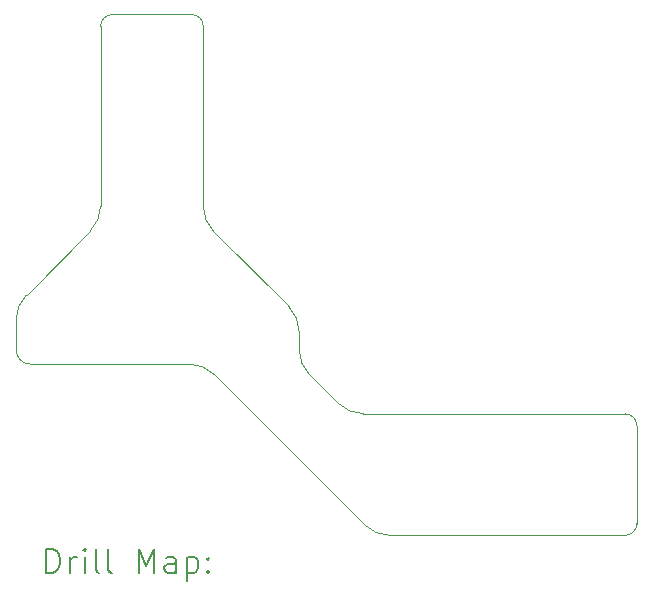
<source format=gbr>
%TF.GenerationSoftware,KiCad,Pcbnew,7.0.9*%
%TF.CreationDate,2024-09-23T21:55:01+08:00*%
%TF.ProjectId,thingy,7468696e-6779-42e6-9b69-6361645f7063,rev?*%
%TF.SameCoordinates,Original*%
%TF.FileFunction,Drillmap*%
%TF.FilePolarity,Positive*%
%FSLAX45Y45*%
G04 Gerber Fmt 4.5, Leading zero omitted, Abs format (unit mm)*
G04 Created by KiCad (PCBNEW 7.0.9) date 2024-09-23 21:55:01*
%MOMM*%
%LPD*%
G01*
G04 APERTURE LIST*
%ADD10C,0.100000*%
%ADD11C,0.200000*%
G04 APERTURE END LIST*
D10*
X10527870Y-347866D02*
G75*
G03*
X10315736Y-260000I-212130J-212134D01*
G01*
X10435003Y1074264D02*
G75*
G03*
X10522868Y862132I299997J-4D01*
G01*
X11802130Y-1622134D02*
G75*
G03*
X12014264Y-1710000I212130J212134D01*
G01*
X11577130Y-592134D02*
G75*
G03*
X11789264Y-680000I212130J212134D01*
G01*
X8937866Y327870D02*
G75*
G03*
X8850000Y115736I212134J-212130D01*
G01*
X11244997Y15736D02*
G75*
G03*
X11157132Y227868I-299997J4D01*
G01*
X9477134Y867130D02*
G75*
G03*
X9565000Y1079264I-212134J212130D01*
G01*
X11245003Y-135736D02*
G75*
G03*
X11332868Y-347868I299997J-4D01*
G01*
X10315736Y-260000D02*
X8970000Y-260000D01*
X11245000Y15736D02*
X11245000Y-135736D01*
X11789264Y-680000D02*
X14005000Y-680000D01*
X9565000Y1079264D02*
X9565000Y2600000D01*
X9665000Y2700000D02*
G75*
G03*
X9565000Y2600000I0J-100000D01*
G01*
X14005000Y-1710000D02*
X12014264Y-1710000D01*
X14105000Y-780000D02*
G75*
G03*
X14005000Y-680000I-100000J0D01*
G01*
X11802132Y-1622132D02*
X10527868Y-347868D01*
X8850000Y-140000D02*
X8850000Y115736D01*
X10435000Y2600000D02*
X10435000Y1074264D01*
X10435000Y2600000D02*
G75*
G03*
X10335000Y2700000I-100000J0D01*
G01*
X14105000Y-780000D02*
X14105000Y-1610000D01*
X11332868Y-347868D02*
X11577132Y-592132D01*
X14005000Y-1710000D02*
G75*
G03*
X14105000Y-1610000I0J100000D01*
G01*
X8850000Y-140000D02*
G75*
G03*
X8970000Y-260000I120000J0D01*
G01*
X10522868Y862132D02*
X11157132Y227868D01*
X8937868Y327868D02*
X9477132Y867132D01*
X9665000Y2700000D02*
X10335000Y2700000D01*
D11*
X9105777Y-2026484D02*
X9105777Y-1826484D01*
X9105777Y-1826484D02*
X9153396Y-1826484D01*
X9153396Y-1826484D02*
X9181967Y-1836008D01*
X9181967Y-1836008D02*
X9201015Y-1855055D01*
X9201015Y-1855055D02*
X9210539Y-1874103D01*
X9210539Y-1874103D02*
X9220063Y-1912198D01*
X9220063Y-1912198D02*
X9220063Y-1940769D01*
X9220063Y-1940769D02*
X9210539Y-1978865D01*
X9210539Y-1978865D02*
X9201015Y-1997912D01*
X9201015Y-1997912D02*
X9181967Y-2016960D01*
X9181967Y-2016960D02*
X9153396Y-2026484D01*
X9153396Y-2026484D02*
X9105777Y-2026484D01*
X9305777Y-2026484D02*
X9305777Y-1893150D01*
X9305777Y-1931246D02*
X9315301Y-1912198D01*
X9315301Y-1912198D02*
X9324824Y-1902674D01*
X9324824Y-1902674D02*
X9343872Y-1893150D01*
X9343872Y-1893150D02*
X9362920Y-1893150D01*
X9429586Y-2026484D02*
X9429586Y-1893150D01*
X9429586Y-1826484D02*
X9420063Y-1836008D01*
X9420063Y-1836008D02*
X9429586Y-1845531D01*
X9429586Y-1845531D02*
X9439110Y-1836008D01*
X9439110Y-1836008D02*
X9429586Y-1826484D01*
X9429586Y-1826484D02*
X9429586Y-1845531D01*
X9553396Y-2026484D02*
X9534348Y-2016960D01*
X9534348Y-2016960D02*
X9524824Y-1997912D01*
X9524824Y-1997912D02*
X9524824Y-1826484D01*
X9658158Y-2026484D02*
X9639110Y-2016960D01*
X9639110Y-2016960D02*
X9629586Y-1997912D01*
X9629586Y-1997912D02*
X9629586Y-1826484D01*
X9886729Y-2026484D02*
X9886729Y-1826484D01*
X9886729Y-1826484D02*
X9953396Y-1969341D01*
X9953396Y-1969341D02*
X10020063Y-1826484D01*
X10020063Y-1826484D02*
X10020063Y-2026484D01*
X10201015Y-2026484D02*
X10201015Y-1921722D01*
X10201015Y-1921722D02*
X10191491Y-1902674D01*
X10191491Y-1902674D02*
X10172444Y-1893150D01*
X10172444Y-1893150D02*
X10134348Y-1893150D01*
X10134348Y-1893150D02*
X10115301Y-1902674D01*
X10201015Y-2016960D02*
X10181967Y-2026484D01*
X10181967Y-2026484D02*
X10134348Y-2026484D01*
X10134348Y-2026484D02*
X10115301Y-2016960D01*
X10115301Y-2016960D02*
X10105777Y-1997912D01*
X10105777Y-1997912D02*
X10105777Y-1978865D01*
X10105777Y-1978865D02*
X10115301Y-1959817D01*
X10115301Y-1959817D02*
X10134348Y-1950293D01*
X10134348Y-1950293D02*
X10181967Y-1950293D01*
X10181967Y-1950293D02*
X10201015Y-1940769D01*
X10296253Y-1893150D02*
X10296253Y-2093150D01*
X10296253Y-1902674D02*
X10315301Y-1893150D01*
X10315301Y-1893150D02*
X10353396Y-1893150D01*
X10353396Y-1893150D02*
X10372444Y-1902674D01*
X10372444Y-1902674D02*
X10381967Y-1912198D01*
X10381967Y-1912198D02*
X10391491Y-1931246D01*
X10391491Y-1931246D02*
X10391491Y-1988388D01*
X10391491Y-1988388D02*
X10381967Y-2007436D01*
X10381967Y-2007436D02*
X10372444Y-2016960D01*
X10372444Y-2016960D02*
X10353396Y-2026484D01*
X10353396Y-2026484D02*
X10315301Y-2026484D01*
X10315301Y-2026484D02*
X10296253Y-2016960D01*
X10477205Y-2007436D02*
X10486729Y-2016960D01*
X10486729Y-2016960D02*
X10477205Y-2026484D01*
X10477205Y-2026484D02*
X10467682Y-2016960D01*
X10467682Y-2016960D02*
X10477205Y-2007436D01*
X10477205Y-2007436D02*
X10477205Y-2026484D01*
X10477205Y-1902674D02*
X10486729Y-1912198D01*
X10486729Y-1912198D02*
X10477205Y-1921722D01*
X10477205Y-1921722D02*
X10467682Y-1912198D01*
X10467682Y-1912198D02*
X10477205Y-1902674D01*
X10477205Y-1902674D02*
X10477205Y-1921722D01*
M02*

</source>
